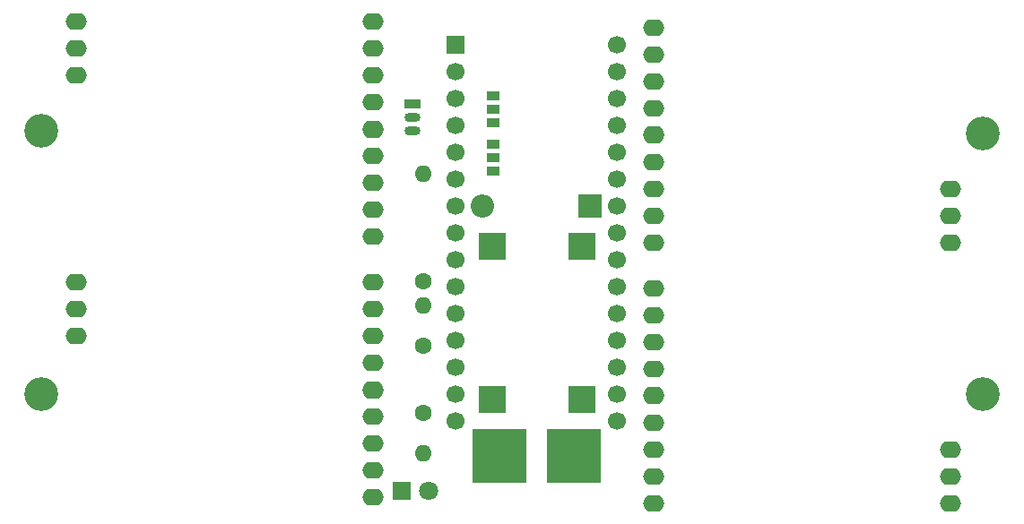
<source format=gbs>
G04 #@! TF.FileFunction,Soldermask,Bot*
%FSLAX46Y46*%
G04 Gerber Fmt 4.6, Leading zero omitted, Abs format (unit mm)*
G04 Created by KiCad (PCBNEW 4.0.6) date 08/29/17 21:17:03*
%MOMM*%
%LPD*%
G01*
G04 APERTURE LIST*
%ADD10C,0.100000*%
%ADD11R,1.800000X1.800000*%
%ADD12C,1.800000*%
%ADD13R,2.200000X2.200000*%
%ADD14O,2.200000X2.200000*%
%ADD15R,1.270000X0.970000*%
%ADD16C,1.600000*%
%ADD17O,1.600000X1.600000*%
%ADD18R,2.540000X2.540000*%
%ADD19O,1.500000X0.900000*%
%ADD20R,1.500000X0.900000*%
%ADD21R,1.700000X1.700000*%
%ADD22C,1.700000*%
%ADD23R,5.080000X5.080000*%
%ADD24C,3.200000*%
%ADD25O,2.000000X1.600000*%
G04 APERTURE END LIST*
D10*
D11*
X152400000Y-125984000D03*
D12*
X154940000Y-125984000D03*
D13*
X170180000Y-99060000D03*
D14*
X160020000Y-99060000D03*
D15*
X161036000Y-93218000D03*
X161036000Y-94488000D03*
X161036000Y-95758000D03*
X161036000Y-91186000D03*
X161036000Y-89916000D03*
X161036000Y-88646000D03*
D16*
X154432000Y-112268000D03*
D17*
X154432000Y-122428000D03*
D16*
X154432000Y-118618000D03*
D17*
X154432000Y-108458000D03*
D16*
X154432000Y-106172000D03*
D17*
X154432000Y-96012000D03*
D18*
X169418000Y-102870000D03*
X160958000Y-102870000D03*
X169418000Y-117370000D03*
X160958000Y-117370000D03*
D19*
X153416000Y-90678000D03*
X153416000Y-91948000D03*
D20*
X153416000Y-89408000D03*
D21*
X157480000Y-83820000D03*
D22*
X157480000Y-86360000D03*
X157480000Y-88900000D03*
X157480000Y-91440000D03*
X157480000Y-93980000D03*
X157480000Y-96520000D03*
X157480000Y-99060000D03*
X157480000Y-101600000D03*
X157480000Y-104140000D03*
X157480000Y-106680000D03*
X157480000Y-109220000D03*
X157480000Y-111760000D03*
X157480000Y-114300000D03*
X157480000Y-116840000D03*
X157480000Y-119380000D03*
X172720000Y-83820000D03*
X172720000Y-86360000D03*
X172720000Y-88900000D03*
X172720000Y-91440000D03*
X172720000Y-93980000D03*
X172720000Y-96520000D03*
X172720000Y-99060000D03*
X172720000Y-101600000D03*
X172720000Y-104140000D03*
X172720000Y-106680000D03*
X172720000Y-109220000D03*
X172720000Y-111760000D03*
X172720000Y-114300000D03*
X172720000Y-116840000D03*
X172720000Y-119380000D03*
D23*
X161656000Y-122682000D03*
X168656000Y-122682000D03*
D24*
X118364000Y-91948000D03*
X118364000Y-116840000D03*
X207264000Y-116840000D03*
X207264000Y-92202000D03*
D25*
X176216000Y-92286000D03*
X149666000Y-116502000D03*
X176216000Y-116924000D03*
X176216000Y-127170000D03*
X204216000Y-122090000D03*
X204216000Y-124630000D03*
X204216000Y-127170000D03*
X176216000Y-124630000D03*
X176216000Y-122090000D03*
X176216000Y-119550000D03*
X176216000Y-117010000D03*
X176216000Y-114470000D03*
X176216000Y-111930000D03*
X176216000Y-109390000D03*
X176216000Y-106850000D03*
X149666000Y-106256000D03*
X121666000Y-111336000D03*
X121666000Y-108796000D03*
X121666000Y-106256000D03*
X149666000Y-108796000D03*
X149666000Y-111336000D03*
X149666000Y-113876000D03*
X149666000Y-116416000D03*
X149666000Y-118956000D03*
X149666000Y-121496000D03*
X149666000Y-124036000D03*
X149666000Y-126576000D03*
X149666000Y-91864000D03*
X176216000Y-102532000D03*
X204216000Y-97452000D03*
X204216000Y-99992000D03*
X204216000Y-102532000D03*
X176216000Y-99992000D03*
X176216000Y-97452000D03*
X176216000Y-94912000D03*
X176216000Y-92372000D03*
X176216000Y-89832000D03*
X176216000Y-87292000D03*
X176216000Y-84752000D03*
X176216000Y-82212000D03*
X149666000Y-81618000D03*
X121666000Y-86698000D03*
X121666000Y-84158000D03*
X121666000Y-81618000D03*
X149666000Y-84158000D03*
X149666000Y-86698000D03*
X149666000Y-89238000D03*
X149666000Y-91778000D03*
X149666000Y-94318000D03*
X149666000Y-96858000D03*
X149666000Y-99398000D03*
X149666000Y-101938000D03*
M02*

</source>
